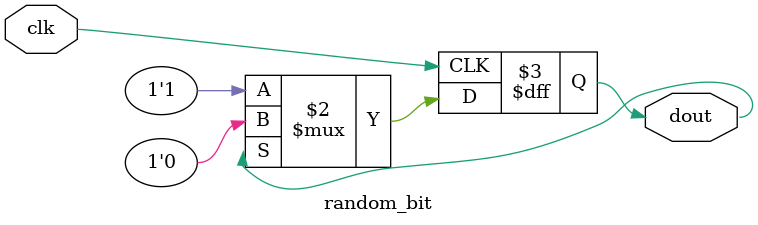
<source format=sv>
module random_bit	
 ( 
	input	logic  clk,
	output logic dout	
  ) ;

 
	
always_ff @(posedge clk) begin
		dout <= dout ? '0: '1;
	
end
 
endmodule

</source>
